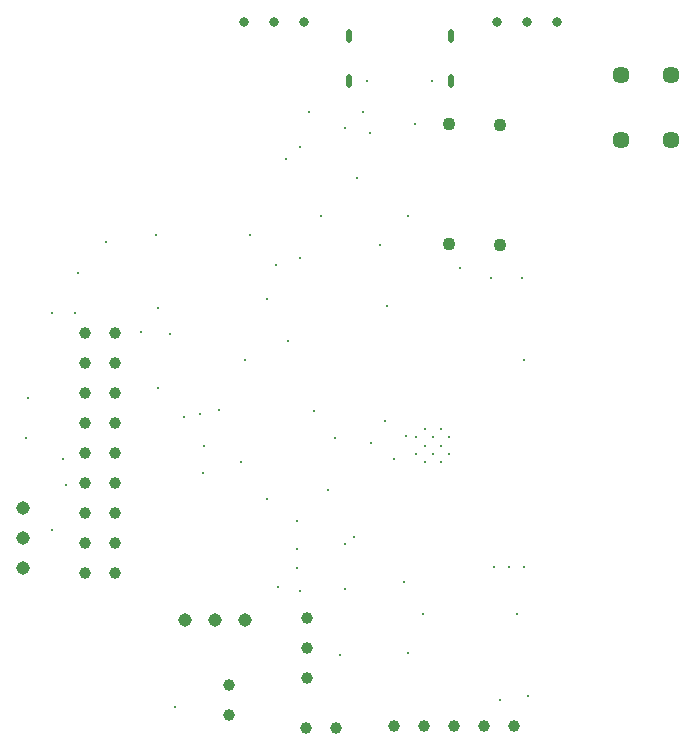
<source format=gbr>
%TF.GenerationSoftware,KiCad,Pcbnew,8.0.8*%
%TF.CreationDate,2025-03-03T07:56:48-06:00*%
%TF.ProjectId,Final Project V1,46696e61-6c20-4507-926f-6a6563742056,rev?*%
%TF.SameCoordinates,Original*%
%TF.FileFunction,Plated,1,2,PTH,Mixed*%
%TF.FilePolarity,Positive*%
%FSLAX46Y46*%
G04 Gerber Fmt 4.6, Leading zero omitted, Abs format (unit mm)*
G04 Created by KiCad (PCBNEW 8.0.8) date 2025-03-03 07:56:48*
%MOMM*%
%LPD*%
G01*
G04 APERTURE LIST*
%TA.AperFunction,ComponentDrill*%
%ADD10C,0.200000*%
%TD*%
%TA.AperFunction,ViaDrill*%
%ADD11C,0.300000*%
%TD*%
G04 aperture for slot hole*
%TA.AperFunction,ComponentDrill*%
%ADD12C,0.500000*%
%TD*%
%TA.AperFunction,ComponentDrill*%
%ADD13C,0.800000*%
%TD*%
%TA.AperFunction,ComponentDrill*%
%ADD14C,1.000000*%
%TD*%
%TA.AperFunction,ComponentDrill*%
%ADD15C,1.100000*%
%TD*%
%TA.AperFunction,ComponentDrill*%
%ADD16C,1.143000*%
%TD*%
%TA.AperFunction,ComponentDrill*%
%ADD17C,1.447800*%
%TD*%
G04 APERTURE END LIST*
D10*
%TO.C,U2*%
X201880000Y-107750000D03*
X201880000Y-109150000D03*
X202580000Y-107050000D03*
X202580000Y-108450000D03*
X202580000Y-109850000D03*
X203280000Y-107750000D03*
X203280000Y-109150000D03*
X203980000Y-107050000D03*
X203980000Y-108450000D03*
X203980000Y-109850000D03*
X204680000Y-107750000D03*
X204680000Y-109150000D03*
%TD*%
D11*
X168800000Y-107800000D03*
X169000000Y-104400000D03*
X171000000Y-97200000D03*
X171000000Y-115600000D03*
X172000000Y-109600000D03*
X172200000Y-111800000D03*
X173000000Y-97200000D03*
X173200000Y-93800000D03*
X175600000Y-91237500D03*
X178600000Y-98800000D03*
X179850000Y-90600000D03*
X180000000Y-96800000D03*
X180000000Y-103600000D03*
X181000000Y-99000000D03*
X181400000Y-130600000D03*
X182200000Y-106000000D03*
X183600000Y-105800000D03*
X183800000Y-110800000D03*
X183900000Y-108450000D03*
X185200000Y-105400000D03*
X187000000Y-109800000D03*
X187400000Y-101200000D03*
X187800000Y-90600000D03*
X189200000Y-96000000D03*
X189200000Y-113000000D03*
X190000000Y-93200000D03*
X190200000Y-120400000D03*
X190800000Y-84200000D03*
X191000000Y-99600000D03*
X191800000Y-114800000D03*
X191800000Y-117200000D03*
X191800000Y-118800000D03*
X192000000Y-92600000D03*
X192000000Y-120800000D03*
X192037500Y-83200000D03*
X192800000Y-80200000D03*
X193240000Y-105505000D03*
X193800000Y-89037500D03*
X194400000Y-112200000D03*
X195000000Y-107800000D03*
X195400000Y-126200000D03*
X195800000Y-81600000D03*
X195800000Y-116800000D03*
X195800000Y-120600000D03*
X196600000Y-116200000D03*
X196837500Y-85800000D03*
X197400000Y-80200000D03*
X197730000Y-77605000D03*
X197945000Y-82000000D03*
X198000000Y-108200000D03*
X198800000Y-91450000D03*
X199200000Y-106400000D03*
X199400000Y-96600000D03*
X200000000Y-109600000D03*
X200800000Y-120000000D03*
X201000000Y-107600000D03*
X201187500Y-126012500D03*
X201200000Y-89037500D03*
X201800000Y-81200000D03*
X202425000Y-122750000D03*
X203230000Y-77605000D03*
X205600000Y-93400000D03*
X208200000Y-94237500D03*
X208460000Y-118700000D03*
X209000000Y-130000000D03*
X209730000Y-118700000D03*
X210375000Y-122750000D03*
X210800000Y-94237500D03*
X211000000Y-101200000D03*
X211000000Y-118700000D03*
X211290000Y-129690000D03*
D12*
%TO.C,USB-C1*%
X196160000Y-73450000D02*
X196160000Y-74150000D01*
X196160000Y-77250000D02*
X196160000Y-77950000D01*
X204800000Y-73450000D02*
X204800000Y-74150000D01*
X204800000Y-77250000D02*
X204800000Y-77950000D01*
D13*
%TO.C,SW4*%
X187320000Y-72600000D03*
X189860000Y-72600000D03*
X192400000Y-72600000D03*
%TO.C,SW5*%
X208720000Y-72600000D03*
X211260000Y-72600000D03*
X213800000Y-72600000D03*
D14*
%TO.C,J6*%
X173860000Y-98900000D03*
X173860000Y-101440000D03*
X173860000Y-103980000D03*
X173860000Y-106520000D03*
X173860000Y-109060000D03*
X173860000Y-111600000D03*
X173860000Y-114140000D03*
X173860000Y-116680000D03*
X173860000Y-119220000D03*
X176400000Y-98900000D03*
X176400000Y-101440000D03*
X176400000Y-103980000D03*
X176400000Y-106520000D03*
X176400000Y-109060000D03*
X176400000Y-111600000D03*
X176400000Y-114140000D03*
X176400000Y-116680000D03*
X176400000Y-119220000D03*
%TO.C,J5*%
X186025000Y-128750000D03*
X186025000Y-131290000D03*
%TO.C,J4*%
X192550000Y-132375000D03*
%TO.C,J3*%
X192600000Y-123060000D03*
X192600000Y-125600000D03*
X192600000Y-128140000D03*
%TO.C,J4*%
X195090000Y-132375000D03*
%TO.C,J2*%
X199980000Y-132200000D03*
X202520000Y-132200000D03*
X205060000Y-132200000D03*
X207600000Y-132200000D03*
X210140000Y-132200000D03*
D15*
%TO.C,D1*%
X204600000Y-81240000D03*
X204600000Y-91400000D03*
%TO.C,D2*%
X209000000Y-81320000D03*
X209000000Y-91480000D03*
D16*
%TO.C,U4*%
X168600000Y-113771000D03*
X168600000Y-116311000D03*
X168600000Y-118851000D03*
%TO.C,U5*%
X182320000Y-123200000D03*
X184860000Y-123200000D03*
X187400000Y-123200000D03*
D17*
%TO.C,J1*%
X219200000Y-77100001D03*
X219200000Y-82600000D03*
X223399998Y-77100001D03*
X223399998Y-82600000D03*
M02*

</source>
